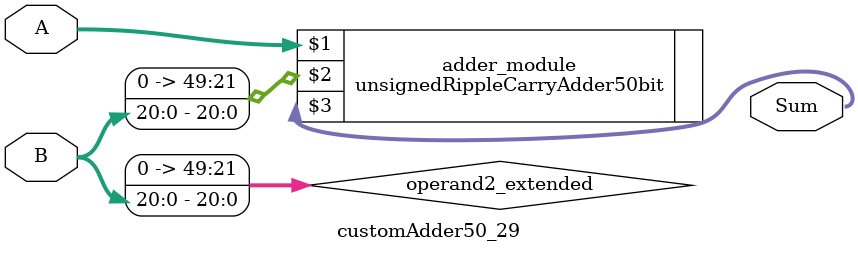
<source format=v>
module customAdder50_29(
                        input [49 : 0] A,
                        input [20 : 0] B,
                        
                        output [50 : 0] Sum
                );

        wire [49 : 0] operand2_extended;
        
        assign operand2_extended =  {29'b0, B};
        
        unsignedRippleCarryAdder50bit adder_module(
            A,
            operand2_extended,
            Sum
        );
        
        endmodule
        
</source>
